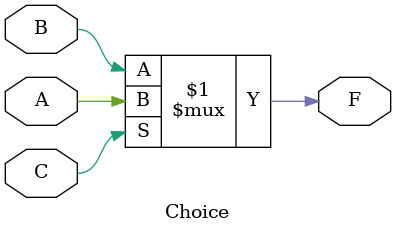
<source format=v>
module Choice(A,B,C,F);
input A,B,C;
output F;
assign F = C ? A : B;
endmodule
</source>
